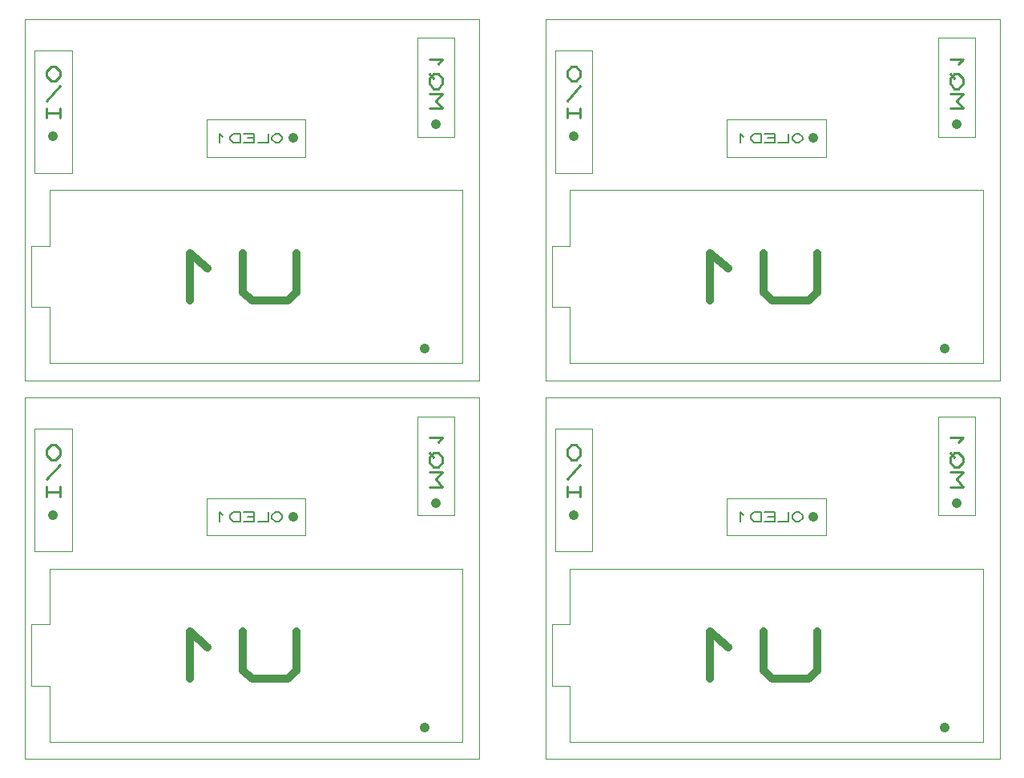
<source format=gbr>
G04 PROTEUS GERBER X2 FILE*
%TF.GenerationSoftware,Labcenter,Proteus,8.15-SP1-Build34318*%
%TF.CreationDate,2023-09-27T19:19:53+00:00*%
%TF.FileFunction,AssemblyDrawing,Top*%
%TF.FilePolarity,Positive*%
%TF.Part,Single*%
%TF.SameCoordinates,{3c810428-778b-40b1-ace6-7a7f232bcbd0}*%
%FSLAX45Y45*%
%MOMM*%
G01*
%TA.AperFunction,Material*%
%ADD17C,0.101600*%
%ADD18C,1.016000*%
%ADD19C,0.163360*%
%ADD70C,0.231130*%
%TA.AperFunction,Profile*%
%ADD14C,0.101600*%
%TA.AperFunction,Material*%
%ADD71C,0.050000*%
%ADD20C,0.836710*%
%TD.AperFunction*%
D17*
X-3379980Y+2537720D02*
X-2333820Y+2537720D01*
X-2333820Y+2928880D01*
X-3379980Y+2928880D01*
X-3379980Y+2537720D01*
D18*
X-2465900Y+2733300D02*
X-2465900Y+2733300D01*
D19*
X-2580765Y+2749637D02*
X-2617522Y+2782310D01*
X-2654280Y+2782310D01*
X-2691037Y+2749637D01*
X-2691037Y+2716963D01*
X-2654280Y+2684290D01*
X-2617522Y+2684290D01*
X-2580765Y+2716963D01*
X-2580765Y+2749637D01*
X-2727795Y+2782310D02*
X-2727795Y+2684290D01*
X-2838067Y+2684290D01*
X-2985097Y+2684290D02*
X-2874825Y+2684290D01*
X-2874825Y+2782310D01*
X-2985097Y+2782310D01*
X-2874825Y+2733300D02*
X-2948340Y+2733300D01*
X-3021855Y+2684290D02*
X-3021855Y+2782310D01*
X-3095370Y+2782310D01*
X-3132127Y+2749637D01*
X-3132127Y+2716963D01*
X-3095370Y+2684290D01*
X-3021855Y+2684290D01*
X-3205642Y+2749637D02*
X-3242400Y+2782310D01*
X-3242400Y+2684290D01*
D17*
X-1151320Y+2747080D02*
X-760160Y+2747080D01*
X-760160Y+3793240D01*
X-1151320Y+3793240D01*
X-1151320Y+2747080D01*
D18*
X-955740Y+2879160D02*
X-955740Y+2879160D01*
D70*
X-1025082Y+3049563D02*
X-886398Y+3049563D01*
X-955740Y+3127572D01*
X-886398Y+3205581D01*
X-1025082Y+3205581D01*
X-932626Y+3257588D02*
X-886398Y+3309594D01*
X-886398Y+3361600D01*
X-932626Y+3413606D01*
X-978854Y+3413606D01*
X-1025082Y+3361600D01*
X-1025082Y+3309594D01*
X-978854Y+3257588D01*
X-932626Y+3257588D01*
X-978854Y+3361600D02*
X-1025082Y+3413606D01*
X-932626Y+3517619D02*
X-886398Y+3569625D01*
X-1025082Y+3569625D01*
D17*
X-5195580Y+2367920D02*
X-4804420Y+2367920D01*
X-4804420Y+3664080D01*
X-5195580Y+3664080D01*
X-5195580Y+2367920D01*
D18*
X-5000000Y+2750000D02*
X-5000000Y+2750000D01*
D70*
X-4930658Y+2946406D02*
X-4930658Y+3050418D01*
X-4930658Y+2998412D02*
X-5069342Y+2998412D01*
X-5069342Y+2946406D02*
X-5069342Y+3050418D01*
X-4930658Y+3284446D02*
X-5069342Y+3128428D01*
X-4976886Y+3336453D02*
X-4930658Y+3388459D01*
X-4930658Y+3440465D01*
X-4976886Y+3492471D01*
X-5023114Y+3492471D01*
X-5069342Y+3440465D01*
X-5069342Y+3388459D01*
X-5023114Y+3336453D01*
X-4976886Y+3336453D01*
D14*
X-5300000Y+173000D02*
X-500000Y+173000D01*
X-500000Y+3990500D01*
X-5300000Y+3990500D01*
X-5300000Y+173000D01*
D71*
X-673500Y+356000D02*
X-673500Y+2184000D01*
X-5041500Y+2184000D01*
X-5041500Y+356000D02*
X-673500Y+356000D01*
X-5041500Y+356000D02*
X-5041500Y+948000D01*
X-5231500Y+948000D01*
X-5231500Y+1595000D01*
X-5041500Y+1595000D01*
X-5041500Y+2184000D01*
D18*
X-1079500Y+508000D02*
X-1079500Y+508000D01*
D20*
X-2429110Y+1521013D02*
X-2429110Y+1102657D01*
X-2523240Y+1018986D01*
X-2899760Y+1018986D01*
X-2993890Y+1102657D01*
X-2993890Y+1521013D01*
X-3370410Y+1353671D02*
X-3558670Y+1521013D01*
X-3558670Y+1018986D01*
D17*
X-8879980Y+2537720D02*
X-7833820Y+2537720D01*
X-7833820Y+2928880D01*
X-8879980Y+2928880D01*
X-8879980Y+2537720D01*
D18*
X-7965900Y+2733300D02*
X-7965900Y+2733300D01*
D19*
X-8080765Y+2749637D02*
X-8117522Y+2782310D01*
X-8154280Y+2782310D01*
X-8191037Y+2749637D01*
X-8191037Y+2716963D01*
X-8154280Y+2684290D01*
X-8117522Y+2684290D01*
X-8080765Y+2716963D01*
X-8080765Y+2749637D01*
X-8227795Y+2782310D02*
X-8227795Y+2684290D01*
X-8338067Y+2684290D01*
X-8485097Y+2684290D02*
X-8374825Y+2684290D01*
X-8374825Y+2782310D01*
X-8485097Y+2782310D01*
X-8374825Y+2733300D02*
X-8448340Y+2733300D01*
X-8521855Y+2684290D02*
X-8521855Y+2782310D01*
X-8595370Y+2782310D01*
X-8632127Y+2749637D01*
X-8632127Y+2716963D01*
X-8595370Y+2684290D01*
X-8521855Y+2684290D01*
X-8705642Y+2749637D02*
X-8742400Y+2782310D01*
X-8742400Y+2684290D01*
D17*
X-6651320Y+2747080D02*
X-6260160Y+2747080D01*
X-6260160Y+3793240D01*
X-6651320Y+3793240D01*
X-6651320Y+2747080D01*
D18*
X-6455740Y+2879160D02*
X-6455740Y+2879160D01*
D70*
X-6525082Y+3049563D02*
X-6386398Y+3049563D01*
X-6455740Y+3127572D01*
X-6386398Y+3205581D01*
X-6525082Y+3205581D01*
X-6432626Y+3257588D02*
X-6386398Y+3309594D01*
X-6386398Y+3361600D01*
X-6432626Y+3413606D01*
X-6478854Y+3413606D01*
X-6525082Y+3361600D01*
X-6525082Y+3309594D01*
X-6478854Y+3257588D01*
X-6432626Y+3257588D01*
X-6478854Y+3361600D02*
X-6525082Y+3413606D01*
X-6432626Y+3517619D02*
X-6386398Y+3569625D01*
X-6525082Y+3569625D01*
D17*
X-10695580Y+2367920D02*
X-10304420Y+2367920D01*
X-10304420Y+3664080D01*
X-10695580Y+3664080D01*
X-10695580Y+2367920D01*
D18*
X-10500000Y+2750000D02*
X-10500000Y+2750000D01*
D70*
X-10430658Y+2946406D02*
X-10430658Y+3050418D01*
X-10430658Y+2998412D02*
X-10569342Y+2998412D01*
X-10569342Y+2946406D02*
X-10569342Y+3050418D01*
X-10430658Y+3284446D02*
X-10569342Y+3128428D01*
X-10476886Y+3336453D02*
X-10430658Y+3388459D01*
X-10430658Y+3440465D01*
X-10476886Y+3492471D01*
X-10523114Y+3492471D01*
X-10569342Y+3440465D01*
X-10569342Y+3388459D01*
X-10523114Y+3336453D01*
X-10476886Y+3336453D01*
D14*
X-10800000Y+173000D02*
X-6000000Y+173000D01*
X-6000000Y+3990500D01*
X-10800000Y+3990500D01*
X-10800000Y+173000D01*
D71*
X-6173500Y+356000D02*
X-6173500Y+2184000D01*
X-10541500Y+2184000D01*
X-10541500Y+356000D02*
X-6173500Y+356000D01*
X-10541500Y+356000D02*
X-10541500Y+948000D01*
X-10731500Y+948000D01*
X-10731500Y+1595000D01*
X-10541500Y+1595000D01*
X-10541500Y+2184000D01*
D18*
X-6579500Y+508000D02*
X-6579500Y+508000D01*
D20*
X-7929110Y+1521013D02*
X-7929110Y+1102657D01*
X-8023240Y+1018986D01*
X-8399760Y+1018986D01*
X-8493890Y+1102657D01*
X-8493890Y+1521013D01*
X-8870410Y+1353671D02*
X-9058670Y+1521013D01*
X-9058670Y+1018986D01*
D17*
X-3379980Y+6537720D02*
X-2333820Y+6537720D01*
X-2333820Y+6928880D01*
X-3379980Y+6928880D01*
X-3379980Y+6537720D01*
D18*
X-2465900Y+6733300D02*
X-2465900Y+6733300D01*
D19*
X-2580765Y+6749637D02*
X-2617522Y+6782310D01*
X-2654280Y+6782310D01*
X-2691037Y+6749637D01*
X-2691037Y+6716963D01*
X-2654280Y+6684290D01*
X-2617522Y+6684290D01*
X-2580765Y+6716963D01*
X-2580765Y+6749637D01*
X-2727795Y+6782310D02*
X-2727795Y+6684290D01*
X-2838067Y+6684290D01*
X-2985097Y+6684290D02*
X-2874825Y+6684290D01*
X-2874825Y+6782310D01*
X-2985097Y+6782310D01*
X-2874825Y+6733300D02*
X-2948340Y+6733300D01*
X-3021855Y+6684290D02*
X-3021855Y+6782310D01*
X-3095370Y+6782310D01*
X-3132127Y+6749637D01*
X-3132127Y+6716963D01*
X-3095370Y+6684290D01*
X-3021855Y+6684290D01*
X-3205642Y+6749637D02*
X-3242400Y+6782310D01*
X-3242400Y+6684290D01*
D17*
X-1151320Y+6747080D02*
X-760160Y+6747080D01*
X-760160Y+7793240D01*
X-1151320Y+7793240D01*
X-1151320Y+6747080D01*
D18*
X-955740Y+6879160D02*
X-955740Y+6879160D01*
D70*
X-1025082Y+7049563D02*
X-886398Y+7049563D01*
X-955740Y+7127572D01*
X-886398Y+7205581D01*
X-1025082Y+7205581D01*
X-932626Y+7257588D02*
X-886398Y+7309594D01*
X-886398Y+7361600D01*
X-932626Y+7413606D01*
X-978854Y+7413606D01*
X-1025082Y+7361600D01*
X-1025082Y+7309594D01*
X-978854Y+7257588D01*
X-932626Y+7257588D01*
X-978854Y+7361600D02*
X-1025082Y+7413606D01*
X-932626Y+7517619D02*
X-886398Y+7569625D01*
X-1025082Y+7569625D01*
D17*
X-5195580Y+6367920D02*
X-4804420Y+6367920D01*
X-4804420Y+7664080D01*
X-5195580Y+7664080D01*
X-5195580Y+6367920D01*
D18*
X-5000000Y+6750000D02*
X-5000000Y+6750000D01*
D70*
X-4930658Y+6946406D02*
X-4930658Y+7050418D01*
X-4930658Y+6998412D02*
X-5069342Y+6998412D01*
X-5069342Y+6946406D02*
X-5069342Y+7050418D01*
X-4930658Y+7284446D02*
X-5069342Y+7128428D01*
X-4976886Y+7336453D02*
X-4930658Y+7388459D01*
X-4930658Y+7440465D01*
X-4976886Y+7492471D01*
X-5023114Y+7492471D01*
X-5069342Y+7440465D01*
X-5069342Y+7388459D01*
X-5023114Y+7336453D01*
X-4976886Y+7336453D01*
D14*
X-5300000Y+4173000D02*
X-500000Y+4173000D01*
X-500000Y+7990500D01*
X-5300000Y+7990500D01*
X-5300000Y+4173000D01*
D71*
X-673500Y+4356000D02*
X-673500Y+6184000D01*
X-5041500Y+6184000D01*
X-5041500Y+4356000D02*
X-673500Y+4356000D01*
X-5041500Y+4356000D02*
X-5041500Y+4948000D01*
X-5231500Y+4948000D01*
X-5231500Y+5595000D01*
X-5041500Y+5595000D01*
X-5041500Y+6184000D01*
D18*
X-1079500Y+4508000D02*
X-1079500Y+4508000D01*
D20*
X-2429110Y+5521013D02*
X-2429110Y+5102657D01*
X-2523240Y+5018986D01*
X-2899760Y+5018986D01*
X-2993890Y+5102657D01*
X-2993890Y+5521013D01*
X-3370410Y+5353671D02*
X-3558670Y+5521013D01*
X-3558670Y+5018986D01*
D17*
X-8879980Y+6537720D02*
X-7833820Y+6537720D01*
X-7833820Y+6928880D01*
X-8879980Y+6928880D01*
X-8879980Y+6537720D01*
D18*
X-7965900Y+6733300D02*
X-7965900Y+6733300D01*
D19*
X-8080765Y+6749637D02*
X-8117522Y+6782310D01*
X-8154280Y+6782310D01*
X-8191037Y+6749637D01*
X-8191037Y+6716963D01*
X-8154280Y+6684290D01*
X-8117522Y+6684290D01*
X-8080765Y+6716963D01*
X-8080765Y+6749637D01*
X-8227795Y+6782310D02*
X-8227795Y+6684290D01*
X-8338067Y+6684290D01*
X-8485097Y+6684290D02*
X-8374825Y+6684290D01*
X-8374825Y+6782310D01*
X-8485097Y+6782310D01*
X-8374825Y+6733300D02*
X-8448340Y+6733300D01*
X-8521855Y+6684290D02*
X-8521855Y+6782310D01*
X-8595370Y+6782310D01*
X-8632127Y+6749637D01*
X-8632127Y+6716963D01*
X-8595370Y+6684290D01*
X-8521855Y+6684290D01*
X-8705642Y+6749637D02*
X-8742400Y+6782310D01*
X-8742400Y+6684290D01*
D17*
X-6651320Y+6747080D02*
X-6260160Y+6747080D01*
X-6260160Y+7793240D01*
X-6651320Y+7793240D01*
X-6651320Y+6747080D01*
D18*
X-6455740Y+6879160D02*
X-6455740Y+6879160D01*
D70*
X-6525082Y+7049563D02*
X-6386398Y+7049563D01*
X-6455740Y+7127572D01*
X-6386398Y+7205581D01*
X-6525082Y+7205581D01*
X-6432626Y+7257588D02*
X-6386398Y+7309594D01*
X-6386398Y+7361600D01*
X-6432626Y+7413606D01*
X-6478854Y+7413606D01*
X-6525082Y+7361600D01*
X-6525082Y+7309594D01*
X-6478854Y+7257588D01*
X-6432626Y+7257588D01*
X-6478854Y+7361600D02*
X-6525082Y+7413606D01*
X-6432626Y+7517619D02*
X-6386398Y+7569625D01*
X-6525082Y+7569625D01*
D17*
X-10695580Y+6367920D02*
X-10304420Y+6367920D01*
X-10304420Y+7664080D01*
X-10695580Y+7664080D01*
X-10695580Y+6367920D01*
D18*
X-10500000Y+6750000D02*
X-10500000Y+6750000D01*
D70*
X-10430658Y+6946406D02*
X-10430658Y+7050418D01*
X-10430658Y+6998412D02*
X-10569342Y+6998412D01*
X-10569342Y+6946406D02*
X-10569342Y+7050418D01*
X-10430658Y+7284446D02*
X-10569342Y+7128428D01*
X-10476886Y+7336453D02*
X-10430658Y+7388459D01*
X-10430658Y+7440465D01*
X-10476886Y+7492471D01*
X-10523114Y+7492471D01*
X-10569342Y+7440465D01*
X-10569342Y+7388459D01*
X-10523114Y+7336453D01*
X-10476886Y+7336453D01*
D14*
X-10800000Y+4173000D02*
X-6000000Y+4173000D01*
X-6000000Y+7990500D01*
X-10800000Y+7990500D01*
X-10800000Y+4173000D01*
D71*
X-6173500Y+4356000D02*
X-6173500Y+6184000D01*
X-10541500Y+6184000D01*
X-10541500Y+4356000D02*
X-6173500Y+4356000D01*
X-10541500Y+4356000D02*
X-10541500Y+4948000D01*
X-10731500Y+4948000D01*
X-10731500Y+5595000D01*
X-10541500Y+5595000D01*
X-10541500Y+6184000D01*
D18*
X-6579500Y+4508000D02*
X-6579500Y+4508000D01*
D20*
X-7929110Y+5521013D02*
X-7929110Y+5102657D01*
X-8023240Y+5018986D01*
X-8399760Y+5018986D01*
X-8493890Y+5102657D01*
X-8493890Y+5521013D01*
X-8870410Y+5353671D02*
X-9058670Y+5521013D01*
X-9058670Y+5018986D01*
M02*

</source>
